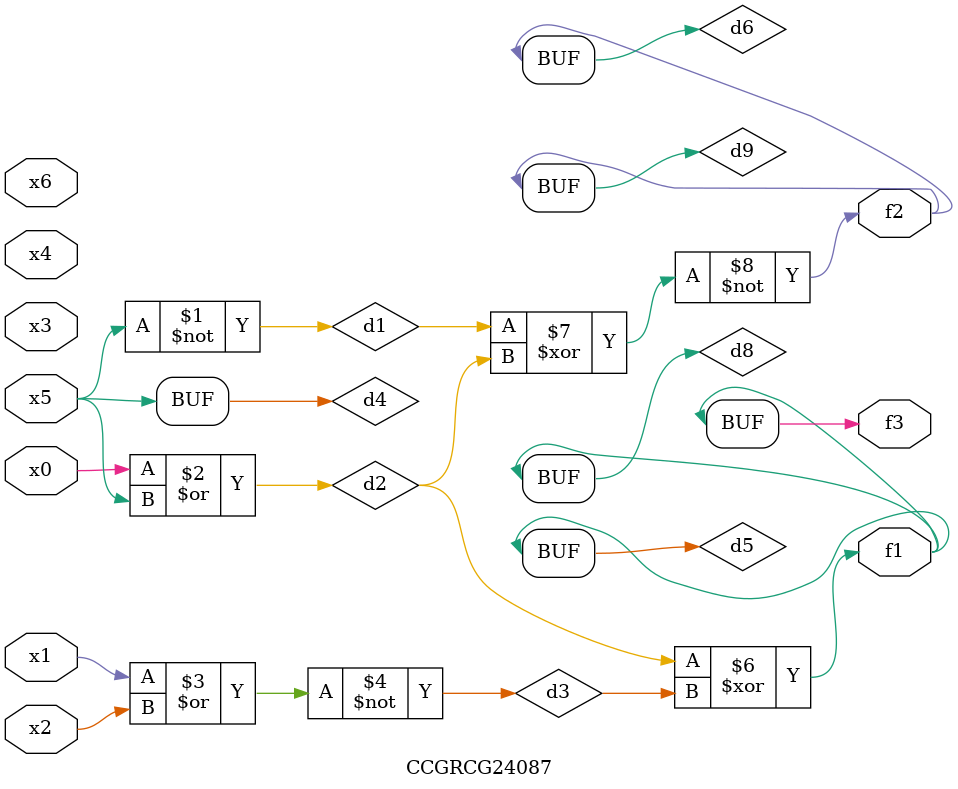
<source format=v>
module CCGRCG24087(
	input x0, x1, x2, x3, x4, x5, x6,
	output f1, f2, f3
);

	wire d1, d2, d3, d4, d5, d6, d7, d8, d9;

	nand (d1, x5);
	or (d2, x0, x5);
	nor (d3, x1, x2);
	xnor (d4, d1);
	xor (d5, d2, d3);
	xnor (d6, d1, d2);
	not (d7, x4);
	buf (d8, d5);
	xor (d9, d6);
	assign f1 = d8;
	assign f2 = d9;
	assign f3 = d8;
endmodule

</source>
